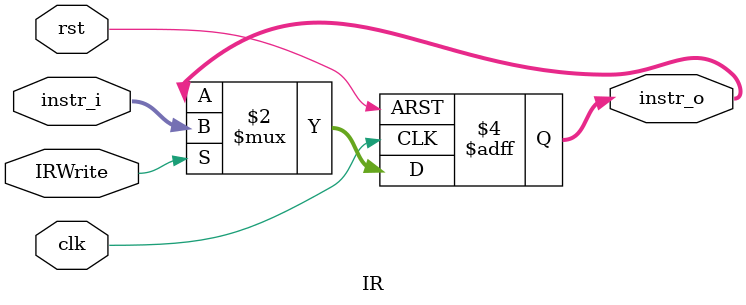
<source format=v>
module IR(instr_i, IRWrite, clk, rst, instr_o);
  
  input [31:0] instr_i;
  input IRWrite;
  input clk;
  input rst;
  output reg [31:0] instr_o;
  
  always @ (posedge clk or posedge rst)
  begin
    if (rst)
      instr_o <= 32'h0000_0000;
    else
      if (IRWrite)
        instr_o <= instr_i;
  end
  
endmodule
</source>
